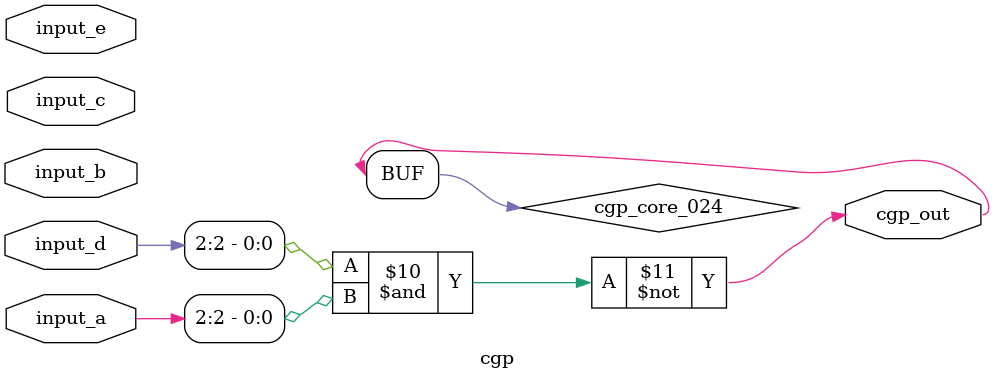
<source format=v>
module cgp(input [2:0] input_a, input [2:0] input_b, input [2:0] input_c, input [2:0] input_d, input [2:0] input_e, output [0:0] cgp_out);
  wire cgp_core_018;
  wire cgp_core_019;
  wire cgp_core_020;
  wire cgp_core_021;
  wire cgp_core_022;
  wire cgp_core_023;
  wire cgp_core_024;
  wire cgp_core_025;
  wire cgp_core_026;
  wire cgp_core_028;
  wire cgp_core_029;
  wire cgp_core_030;
  wire cgp_core_032;
  wire cgp_core_033;
  wire cgp_core_035;
  wire cgp_core_037;
  wire cgp_core_039;
  wire cgp_core_041;
  wire cgp_core_042;
  wire cgp_core_043;
  wire cgp_core_044;
  wire cgp_core_048;
  wire cgp_core_049;
  wire cgp_core_052;
  wire cgp_core_053;
  wire cgp_core_055;
  wire cgp_core_058;
  wire cgp_core_060;
  wire cgp_core_061;
  wire cgp_core_063;
  wire cgp_core_064;
  wire cgp_core_065_not;
  wire cgp_core_066;
  wire cgp_core_068;
  wire cgp_core_069;
  wire cgp_core_072_not;
  wire cgp_core_073;
  wire cgp_core_078;

  assign cgp_core_018 = input_e[0] ^ input_d[2];
  assign cgp_core_019 = input_e[0] | input_b[1];
  assign cgp_core_020 = ~(input_c[2] ^ input_b[2]);
  assign cgp_core_021 = ~(input_d[0] & input_c[1]);
  assign cgp_core_022 = ~input_b[0];
  assign cgp_core_023 = ~(input_a[0] ^ input_c[2]);
  assign cgp_core_024 = ~(input_d[2] & input_a[2]);
  assign cgp_core_025 = input_c[1] | input_e[0];
  assign cgp_core_026 = ~(input_b[1] & input_a[0]);
  assign cgp_core_028 = input_d[1] ^ input_a[0];
  assign cgp_core_029 = input_d[1] ^ input_e[1];
  assign cgp_core_030 = input_a[1] ^ input_c[1];
  assign cgp_core_032 = ~(input_a[0] ^ input_e[2]);
  assign cgp_core_033 = input_b[0] ^ input_a[2];
  assign cgp_core_035 = ~(input_e[2] | input_b[0]);
  assign cgp_core_037 = ~(input_b[0] | input_d[1]);
  assign cgp_core_039 = ~(input_d[1] ^ input_d[1]);
  assign cgp_core_041 = ~(input_b[2] | input_d[0]);
  assign cgp_core_042 = input_e[1] | input_b[0];
  assign cgp_core_043 = ~(input_b[1] & input_d[2]);
  assign cgp_core_044 = ~input_c[0];
  assign cgp_core_048 = ~(input_d[0] | input_c[2]);
  assign cgp_core_049 = input_e[1] ^ input_b[2];
  assign cgp_core_052 = input_c[2] ^ input_d[2];
  assign cgp_core_053 = ~(input_c[1] & input_d[2]);
  assign cgp_core_055 = ~input_e[1];
  assign cgp_core_058 = ~(input_c[2] | input_d[0]);
  assign cgp_core_060 = ~(input_d[1] & input_b[0]);
  assign cgp_core_061 = input_d[0] ^ input_a[0];
  assign cgp_core_063 = input_e[2] ^ input_b[2];
  assign cgp_core_064 = input_b[0] & input_c[1];
  assign cgp_core_065_not = ~input_a[2];
  assign cgp_core_066 = ~input_d[1];
  assign cgp_core_068 = ~input_a[0];
  assign cgp_core_069 = ~input_e[0];
  assign cgp_core_072_not = ~input_a[2];
  assign cgp_core_073 = ~(input_a[2] ^ input_e[0]);
  assign cgp_core_078 = ~(input_a[2] & input_c[0]);

  assign cgp_out[0] = cgp_core_024;
endmodule
</source>
